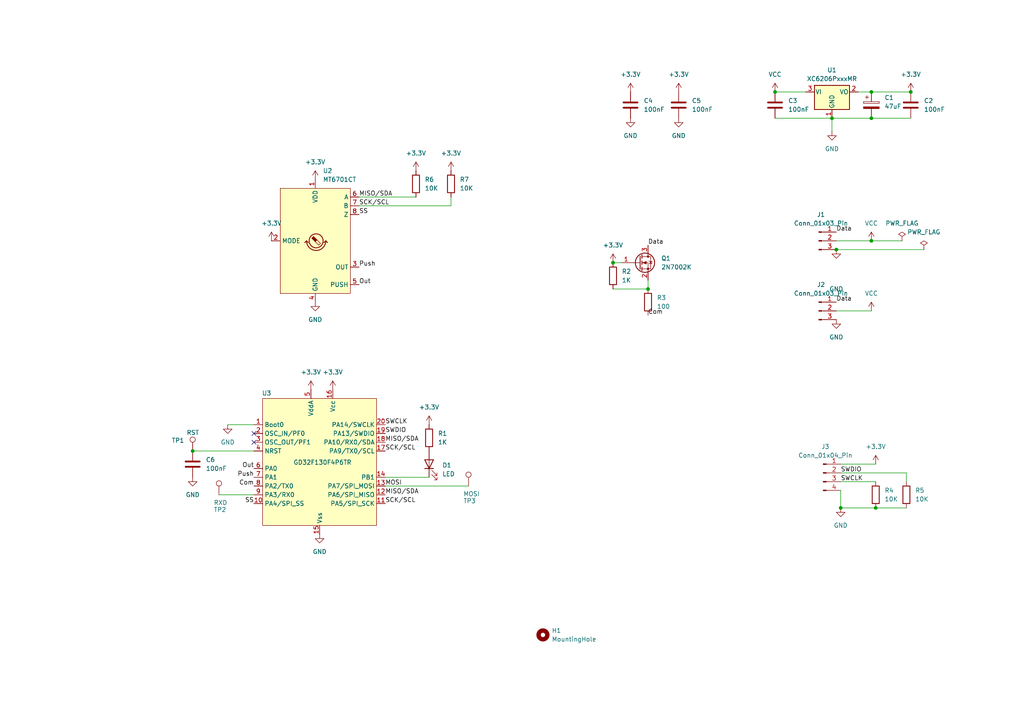
<source format=kicad_sch>
(kicad_sch (version 20231120) (generator "eeschema") (generator_version "8.0")
  (paper "A4")
  (lib_symbols
    (symbol "Connector:Conn_01x03_Pin" (pin_names (offset 1.016) hide)
      (property "Reference" "J" (at 0 5.08 0))
      (property "Value" "Conn_01x03_Pin" (at 0 -5.08 0))
      (symbol "Conn_01x03_Pin_1_1"
        (polyline (pts (xy 1.27 -2.54) (xy 0.8636 -2.54)) (stroke (width 0.1524)))
        (polyline (pts (xy 1.27 0) (xy 0.8636 0)) (stroke (width 0.1524)))
        (polyline (pts (xy 1.27 2.54) (xy 0.8636 2.54)) (stroke (width 0.1524)))
        (rectangle (start 0.8636 -2.413) (end 0 -2.667) (stroke (width 0.1524)) (fill (type outline)))
        (rectangle (start 0.8636 0.127) (end 0 -0.127) (stroke (width 0.1524)) (fill (type outline)))
        (rectangle (start 0.8636 2.667) (end 0 2.413) (stroke (width 0.1524)) (fill (type outline)))
        (pin passive line (at 5.08 2.54 180) (length 3.81) (name "Pin_1") (number "1"))
        (pin passive line (at 5.08 0 180) (length 3.81) (name "Pin_2") (number "2"))
        (pin passive line (at 5.08 -2.54 180) (length 3.81) (name "Pin_3") (number "3"))
      )
    )
    (symbol "Connector:Conn_01x04_Pin" (pin_names (offset 1.016) hide)
      (property "Reference" "J" (at 0 5.08 0))
      (property "Value" "Conn_01x04_Pin" (at 0 -7.62 0))
      (symbol "Conn_01x04_Pin_1_1"
        (polyline (pts (xy 1.27 -5.08) (xy 0.8636 -5.08)) (stroke (width 0.1524)))
        (polyline (pts (xy 1.27 -2.54) (xy 0.8636 -2.54)) (stroke (width 0.1524)))
        (polyline (pts (xy 1.27 0) (xy 0.8636 0)) (stroke (width 0.1524)))
        (polyline (pts (xy 1.27 2.54) (xy 0.8636 2.54)) (stroke (width 0.1524)))
        (rectangle (start 0.8636 -4.953) (end 0 -5.207) (stroke (width 0.1524)) (fill (type outline)))
        (rectangle (start 0.8636 -2.413) (end 0 -2.667) (stroke (width 0.1524)) (fill (type outline)))
        (rectangle (start 0.8636 0.127) (end 0 -0.127) (stroke (width 0.1524)) (fill (type outline)))
        (rectangle (start 0.8636 2.667) (end 0 2.413) (stroke (width 0.1524)) (fill (type outline)))
        (pin passive line (at 5.08 2.54 180) (length 3.81) (name "Pin_1") (number "1"))
        (pin passive line (at 5.08 0 180) (length 3.81) (name "Pin_2") (number "2"))
        (pin passive line (at 5.08 -2.54 180) (length 3.81) (name "Pin_3") (number "3"))
        (pin passive line (at 5.08 -5.08 180) (length 3.81) (name "Pin_4") (number "4"))
      )
    )
    (symbol "Connector:TestPoint" (pin_numbers hide) (pin_names (offset 0.762) hide)
      (property "Reference" "TP" (at 0 6.858 0))
      (property "Value" "TestPoint" (at 0 5.08 0))
      (symbol "TestPoint_0_1"
        (circle (center 0 3.302) (radius 0.762))
      )
      (symbol "TestPoint_1_1"
        (pin passive line (at 0 0 90) (length 2.54) (name "1") (number "1"))
      )
    )
    (symbol "Device:C" (pin_numbers hide) (pin_names (offset 0.254))
      (property "Reference" "C" (at 0.635 2.54 0))
      (property "Value" "C" (at 0.635 -2.54 0))
      (symbol "C_0_1"
        (polyline (pts (xy -2.032 -0.762) (xy 2.032 -0.762)) (stroke (width 0.508)))
        (polyline (pts (xy -2.032 0.762) (xy 2.032 0.762)) (stroke (width 0.508)))
      )
      (symbol "C_1_1"
        (pin passive line (at 0 3.81 270) (length 2.794) (name "~") (number "1"))
        (pin passive line (at 0 -3.81 90) (length 2.794) (name "~") (number "2"))
      )
    )
    (symbol "Device:C_Polarized" (pin_numbers hide) (pin_names (offset 0.254))
      (property "Reference" "C" (at 0.635 2.54 0))
      (property "Value" "C_Polarized" (at 0.635 -2.54 0))
      (symbol "C_Polarized_0_1"
        (rectangle (start -2.286 0.508) (end 2.286 1.016))
        (polyline (pts (xy -1.778 2.286) (xy -0.762 2.286)))
        (polyline (pts (xy -1.27 2.794) (xy -1.27 1.778)))
        (rectangle (start 2.286 -0.508) (end -2.286 -1.016) (fill (type outline)))
      )
      (symbol "C_Polarized_1_1"
        (pin passive line (at 0 3.81 270) (length 2.794) (name "~") (number "1"))
        (pin passive line (at 0 -3.81 90) (length 2.794) (name "~") (number "2"))
      )
    )
    (symbol "Device:LED" (pin_numbers hide) (pin_names (offset 1.016) hide)
      (property "Reference" "D" (at 0 2.54 0))
      (property "Value" "LED" (at 0 -2.54 0))
      (symbol "LED_0_1"
        (polyline (pts (xy -1.27 -1.27) (xy -1.27 1.27)) (stroke (width 0.254)))
        (polyline (pts (xy -1.27 0) (xy 1.27 0)))
        (polyline (pts (xy 1.27 -1.27) (xy 1.27 1.27) (xy -1.27 0) (xy 1.27 -1.27)) (stroke (width 0.254)))
        (polyline (pts (xy -3.048 -0.762) (xy -4.572 -2.286) (xy -3.81 -2.286) (xy -4.572 -2.286) (xy -4.572 -1.524)))
        (polyline (pts (xy -1.778 -0.762) (xy -3.302 -2.286) (xy -2.54 -2.286) (xy -3.302 -2.286) (xy -3.302 -1.524)))
      )
      (symbol "LED_1_1"
        (pin passive line (at -3.81 0 0) (length 2.54) (name "K") (number "1"))
        (pin passive line (at 3.81 0 180) (length 2.54) (name "A") (number "2"))
      )
    )
    (symbol "Device:R" (pin_numbers hide) (pin_names (offset 0))
      (property "Reference" "R" (at 2.032 0 90))
      (property "Value" "R" (at 0 0 90))
      (symbol "R_0_1"
        (rectangle (start -1.016 -2.54) (end 1.016 2.54) (stroke (width 0.254)))
      )
      (symbol "R_1_1"
        (pin passive line (at 0 3.81 270) (length 1.27) (name "~") (number "1"))
        (pin passive line (at 0 -3.81 90) (length 1.27) (name "~") (number "2"))
      )
    )
    (symbol "Mechanical:MountingHole" (pin_names (offset 1.016)) (exclude_from_sim yes) (in_bom no)
      (property "Reference" "H" (at 0 5.08 0))
      (property "Value" "MountingHole" (at 0 3.175 0))
      (symbol "MountingHole_0_1"
        (circle (center 0 0) (radius 1.27) (stroke (width 1.27)))
      )
    )
    (symbol "My_Library:GD32F130F4P6TR"
      (property "Reference" "U" (at -15.748 18.796 0))
      (property "Value" "GD32F130F4P6TR" (at 9.906 -21.844 0))
      (symbol "GD32F130F4P6TR_1_1"
        (rectangle (start -16.51 16.51) (end 16.51 -20.32) (fill (type background)))
        (pin input line (at -19.05 8.89 0) (length 2.54) (name "Boot0") (number "1"))
        (pin bidirectional line (at -19.05 -13.97 0) (length 2.54) (name "PA4/SPI_SS") (number "10"))
        (pin bidirectional line (at 19.05 -13.97 180) (length 2.54) (name "PA5/SPI_SCK") (number "11"))
        (pin bidirectional line (at 19.05 -11.43 180) (length 2.54) (name "PA6/SPI_MISO") (number "12"))
        (pin bidirectional line (at 19.05 -8.89 180) (length 2.54) (name "PA7/SPI_MOSI") (number "13"))
        (pin bidirectional line (at 19.05 -6.35 180) (length 2.54) (name "PB1") (number "14"))
        (pin power_in line (at 0 -22.86 90) (length 2.54) (name "Vss") (number "15"))
        (pin power_in line (at 3.81 19.05 270) (length 2.54) (name "Vcc") (number "16"))
        (pin bidirectional line (at 19.05 1.27 180) (length 2.54) (name "PA9/TX0/SCL") (number "17"))
        (pin bidirectional line (at 19.05 3.81 180) (length 2.54) (name "PA10/RX0/SDA") (number "18"))
        (pin bidirectional line (at 19.05 6.35 180) (length 2.54) (name "PA13/SWDIO") (number "19"))
        (pin bidirectional line (at -19.05 6.35 0) (length 2.54) (name "OSC_IN/PF0") (number "2"))
        (pin bidirectional line (at 19.05 8.89 180) (length 2.54) (name "PA14/SWCLK") (number "20"))
        (pin bidirectional line (at -19.05 3.81 0) (length 2.54) (name "OSC_OUT/PF1") (number "3"))
        (pin bidirectional line (at -19.05 1.27 0) (length 2.54) (name "NRST") (number "4"))
        (pin power_in line (at -2.54 19.05 270) (length 2.54) (name "VddA") (number "5"))
        (pin bidirectional line (at -19.05 -3.81 0) (length 2.54) (name "PA0") (number "6"))
        (pin bidirectional line (at -19.05 -6.35 0) (length 2.54) (name "PA1") (number "7"))
        (pin bidirectional line (at -19.05 -8.89 0) (length 2.54) (name "PA2/TX0") (number "8"))
        (pin bidirectional line (at -19.05 -11.43 0) (length 2.54) (name "PA3/RX0") (number "9"))
      )
    )
    (symbol "Regulator_Linear:XC6206PxxxMR" (pin_names (offset 0.254))
      (property "Reference" "U" (at -3.81 3.175 0))
      (property "Value" "XC6206PxxxMR" (at 0 3.175 0))
      (symbol "XC6206PxxxMR_0_1"
        (rectangle (start -5.08 1.905) (end 5.08 -5.08) (stroke (width 0.254)) (fill (type background)))
      )
      (symbol "XC6206PxxxMR_1_1"
        (pin power_in line (at 0 -7.62 90) (length 2.54) (name "GND") (number "1"))
        (pin power_out line (at 7.62 0 180) (length 2.54) (name "VO") (number "2"))
        (pin power_in line (at -7.62 0 0) (length 2.54) (name "VI") (number "3"))
      )
    )
    (symbol "Sensor_Magnetic:MT6701CT"
      (property "Reference" "U" (at -9.6632 16.4397 0))
      (property "Value" "MT6701CT" (at 5.5155 16.4397 0))
      (symbol "MT6701CT_0_1"
        (arc (start -2.54 0) (mid 0.254 -2.7819) (end 3.048 0) (stroke (width 0.254)))
        (polyline (pts (xy -2.54 0) (xy -3.048 -0.508)) (stroke (width 0.254)))
        (polyline (pts (xy -2.54 0) (xy -2.032 -0.508)) (stroke (width 0.254)))
        (polyline (pts (xy 3.048 0) (xy 2.54 -0.508)) (stroke (width 0.254)))
        (polyline (pts (xy 3.048 0) (xy 3.556 -0.508)) (stroke (width 0.254)))
      )
      (symbol "MT6701CT_1_1"
        (rectangle (start -10.16 15.24) (end 10.16 -15.24) (fill (type background)))
        (polyline (pts (xy 0.508 0.254) (xy 1.524 -0.762) (xy 1.016 -1.27) (xy 0 -0.254)))
        (polyline (pts (xy -0.508 1.27) (xy 0.508 0.254) (xy 0 -0.254) (xy -1.016 0.762) (xy -0.762 1.016) (xy -0.508 1.27) (xy -0.381 1.143)) (fill (type outline)))
        (circle (center 0.254 0) (radius 2.032) (stroke (width 0.254)))
        (pin power_in line (at 0 17.78 270) (length 2.54) (name "VDD") (number "1"))
        (pin input line (at -12.7 0 0) (length 2.54) (name "MODE") (number "2"))
        (pin output line (at 12.7 -7.62 180) (length 2.54) (name "OUT") (number "3"))
        (pin power_in line (at 0 -17.78 90) (length 2.54) (name "GND") (number "4"))
        (pin output line (at 12.7 -12.7 180) (length 2.54) (name "PUSH") (number "5"))
        (pin output line (at 12.7 12.7 180) (length 2.54) (name "A") (number "6"))
        (pin output line (at 12.7 10.16 180) (length 2.54) (name "B") (number "7"))
        (pin output line (at 12.7 7.62 180) (length 2.54) (name "Z") (number "8"))
      )
    )
    (symbol "Transistor_FET:2N7002K" (pin_names hide)
      (property "Reference" "Q" (at 5.08 1.905 0))
      (property "Value" "2N7002K" (at 5.08 0 0))
      (symbol "2N7002K_0_1"
        (polyline (pts (xy 0.254 0) (xy -2.54 0)))
        (polyline (pts (xy 0.254 1.905) (xy 0.254 -1.905)) (stroke (width 0.254)))
        (polyline (pts (xy 0.762 -1.27) (xy 0.762 -2.286)) (stroke (width 0.254)))
        (polyline (pts (xy 0.762 0.508) (xy 0.762 -0.508)) (stroke (width 0.254)))
        (polyline (pts (xy 0.762 2.286) (xy 0.762 1.27)) (stroke (width 0.254)))
        (polyline (pts (xy 2.54 2.54) (xy 2.54 1.778)))
        (polyline (pts (xy 2.54 -2.54) (xy 2.54 0) (xy 0.762 0)))
        (polyline (pts (xy 0.762 -1.778) (xy 3.302 -1.778) (xy 3.302 1.778) (xy 0.762 1.778)))
        (polyline (pts (xy 1.016 0) (xy 2.032 0.381) (xy 2.032 -0.381) (xy 1.016 0)) (fill (type outline)))
        (polyline (pts (xy 2.794 0.508) (xy 2.921 0.381) (xy 3.683 0.381) (xy 3.81 0.254)))
        (polyline (pts (xy 3.302 0.381) (xy 2.921 -0.254) (xy 3.683 -0.254) (xy 3.302 0.381)))
        (circle (center 1.651 0) (radius 2.794) (stroke (width 0.254)))
        (circle (center 2.54 -1.778) (radius 0.254) (fill (type outline)))
        (circle (center 2.54 1.778) (radius 0.254) (fill (type outline)))
      )
      (symbol "2N7002K_1_1"
        (pin input line (at -5.08 0 0) (length 2.54) (name "G") (number "1"))
        (pin passive line (at 2.54 -5.08 90) (length 2.54) (name "S") (number "2"))
        (pin passive line (at 2.54 5.08 270) (length 2.54) (name "D") (number "3"))
      )
    )
    (symbol "power:+3.3V" (power) (pin_numbers hide) (pin_names (offset 0) hide)
      (property "Value" "+3.3V" (at 0 3.556 0))
      (symbol "+3.3V_0_1"
        (polyline (pts (xy -0.762 1.27) (xy 0 2.54)))
        (polyline (pts (xy 0 0) (xy 0 2.54)))
        (polyline (pts (xy 0 2.54) (xy 0.762 1.27)))
      )
      (symbol "+3.3V_1_1"
        (pin power_in line (at 0 0 90) (length 0) (name "~") (number "1"))
      )
    )
    (symbol "power:GND" (power) (pin_numbers hide) (pin_names (offset 0) hide)
      (property "Value" "GND" (at 0 -3.81 0))
      (symbol "GND_0_1"
        (polyline (pts (xy 0 0) (xy 0 -1.27) (xy 1.27 -1.27) (xy 0 -2.54) (xy -1.27 -1.27) (xy 0 -1.27)))
      )
      (symbol "GND_1_1"
        (pin power_in line (at 0 0 270) (length 0) (name "~") (number "1"))
      )
    )
    (symbol "power:PWR_FLAG" (power) (pin_numbers hide) (pin_names (offset 0) hide)
      (property "Value" "PWR_FLAG" (at 0 3.81 0))
      (symbol "PWR_FLAG_0_0"
        (pin power_out line (at 0 0 90) (length 0) (name "~") (number "1"))
      )
      (symbol "PWR_FLAG_0_1"
        (polyline (pts (xy 0 0) (xy 0 1.27) (xy -1.016 1.905) (xy 0 2.54) (xy 1.016 1.905) (xy 0 1.27)))
      )
    )
    (symbol "power:VCC" (power) (pin_numbers hide) (pin_names (offset 0) hide)
      (property "Value" "VCC" (at 0 3.556 0))
      (symbol "VCC_0_1"
        (polyline (pts (xy -0.762 1.27) (xy 0 2.54)))
        (polyline (pts (xy 0 0) (xy 0 2.54)))
        (polyline (pts (xy 0 2.54) (xy 0.762 1.27)))
      )
      (symbol "VCC_1_1"
        (pin power_in line (at 0 0 90) (length 0) (name "~") (number "1"))
      )
    )
  )
  (junction (at 177.8 76.2))
  (junction (at 224.79 26.67))
  (junction (at 264.16 26.67))
  (junction (at 252.73 69.85))
  (junction (at 252.73 34.29))
  (junction (at 252.73 26.67))
  (junction (at 187.96 83.82))
  (junction (at 241.3 34.29))
  (junction (at 243.84 147.32))
  (junction (at 242.57 72.39))
  (junction (at 254 147.32))
  (junction (at 55.88 130.81))
  (no_connect (at 73.66 125.73))
  (no_connect (at 73.66 128.27))
  (wire (pts (xy 242.57 90.17) (xy 252.73 90.17)))
  (wire (pts (xy 55.88 130.81) (xy 73.66 130.81)))
  (wire (pts (xy 104.14 57.15) (xy 120.65 57.15)))
  (wire (pts (xy 224.79 26.67) (xy 233.68 26.67)))
  (wire (pts (xy 243.84 147.32) (xy 254 147.32)))
  (wire (pts (xy 177.8 76.2) (xy 180.34 76.2)))
  (wire (pts (xy 104.14 59.69) (xy 130.81 59.69)))
  (wire (pts (xy 63.5 143.51) (xy 73.66 143.51)))
  (wire (pts (xy 242.57 72.39) (xy 267.97 72.39)))
  (wire (pts (xy 248.92 26.67) (xy 252.73 26.67)))
  (wire (pts (xy 241.3 34.29) (xy 241.3 38.1)))
  (wire (pts (xy 177.8 83.82) (xy 187.96 83.82)))
  (wire (pts (xy 252.73 34.29) (xy 264.16 34.29)))
  (wire (pts (xy 242.57 69.85) (xy 252.73 69.85)))
  (wire (pts (xy 262.89 139.7) (xy 262.89 137.16)))
  (wire (pts (xy 241.3 34.29) (xy 252.73 34.29)))
  (wire (pts (xy 252.73 26.67) (xy 264.16 26.67)))
  (wire (pts (xy 66.04 123.19) (xy 73.66 123.19)))
  (wire (pts (xy 130.81 59.69) (xy 130.81 57.15)))
  (wire (pts (xy 243.84 142.24) (xy 243.84 147.32)))
  (wire (pts (xy 252.73 69.85) (xy 261.62 69.85)))
  (wire (pts (xy 254 147.32) (xy 262.89 147.32)))
  (wire (pts (xy 111.76 140.97) (xy 135.89 140.97)))
  (wire (pts (xy 243.84 139.7) (xy 254 139.7)))
  (wire (pts (xy 187.96 81.28) (xy 187.96 83.82)))
  (wire (pts (xy 111.76 138.43) (xy 124.46 138.43)))
  (wire (pts (xy 224.79 34.29) (xy 241.3 34.29)))
  (wire (pts (xy 262.89 137.16) (xy 243.84 137.16)))
  (wire (pts (xy 243.84 134.62) (xy 254 134.62)))
  (label "MISO{slash}SDA" (at 111.76 143.51 0))
  (label "SCK{slash}SCL" (at 104.14 59.69 0))
  (label "Push" (at 73.66 138.43 180))
  (label "Com" (at 187.96 91.44 0))
  (label "MISO{slash}SDA" (at 104.14 57.15 0))
  (label "MOSI" (at 111.76 140.97 0))
  (label "SWCLK" (at 111.76 123.19 0))
  (label "Push" (at 104.14 77.47 0))
  (label "SCK{slash}SCL" (at 111.76 130.81 0))
  (label "Out" (at 73.66 135.89 180))
  (label "SCK{slash}SCL" (at 111.76 146.05 0))
  (label "SWDIO" (at 243.84 137.16 0))
  (label "Data" (at 242.57 87.63 0))
  (label "Data" (at 187.96 71.12 0))
  (label "Out" (at 104.14 82.55 0))
  (label "Com" (at 73.66 140.97 180))
  (label "SWCLK" (at 243.84 139.7 0))
  (label "MISO{slash}SDA" (at 111.76 128.27 0))
  (label "SWDIO" (at 111.76 125.73 0))
  (label "Data" (at 242.57 67.31 0))
  (label "SS" (at 73.66 146.05 180))
  (label "SS" (at 104.14 62.23 0))
  (symbol (lib_id "power:VCC") (at 252.73 90.17 0) (unit 1)
    (property "Reference" "#PWR06" (effects (hide yes)))
    (property "Value" "VCC" (at 252.73 85.09 0))
    (property "Description" "Power symbol creates a global label with name \"VCC\"" (effects (hide yes)))
  )
  (symbol (lib_id "power:+3.3V") (at 254 134.62 0) (unit 1)
    (property "Reference" "#PWR015" (effects (hide yes)))
    (property "Value" "+3.3V" (at 254 129.54 0))
    (property "Description" "Power symbol creates a global label with name \"+3.3V\"" (effects (hide yes)))
  )
  (symbol (lib_id "Device:C") (at 224.79 30.48 0) (unit 1)
    (property "Reference" "C3" (at 228.6 29.2099 0) (effects (justify left)))
    (property "Value" "100nF" (at 228.6 31.7499 0) (effects (justify left)))
    (property "Footprint" "Capacitor_SMD:C_0603_1608Metric" (effects (hide yes)))
    (property "Description" "Unpolarized capacitor" (effects (hide yes)))
  )
  (symbol (lib_id "power:PWR_FLAG") (at 267.97 72.39 0) (unit 1)
    (property "Reference" "#FLG03" (effects (hide yes)))
    (property "Value" "PWR_FLAG" (at 267.97 67.31 0))
    (property "Description" "Special symbol for telling ERC where power comes from" (effects (hide yes)))
  )
  (symbol (lib_id "power:+3.3V") (at 78.74 69.85 0) (unit 1)
    (property "Reference" "#PWR022" (effects (hide yes)))
    (property "Value" "+3.3V" (at 78.74 64.77 0))
    (property "Description" "Power symbol creates a global label with name \"+3.3V\"" (effects (hide yes)))
  )
  (symbol (lib_id "Device:R") (at 254 143.51 0) (unit 1)
    (property "Reference" "R4" (at 256.54 142.2399 0) (effects (justify left)))
    (property "Value" "10K" (at 256.54 144.7799 0) (effects (justify left)))
    (property "Footprint" "Resistor_SMD:R_0603_1608Metric_Pad0.98x0.95mm_HandSolder" (effects (hide yes)))
    (property "Description" "Resistor" (effects (hide yes)))
  )
  (symbol (lib_id "Device:R") (at 262.89 143.51 0) (unit 1)
    (property "Reference" "R5" (at 265.43 142.2399 0) (effects (justify left)))
    (property "Value" "10K" (at 265.43 144.7799 0) (effects (justify left)))
    (property "Footprint" "Resistor_SMD:R_0603_1608Metric_Pad0.98x0.95mm_HandSolder" (effects (hide yes)))
    (property "Description" "Resistor" (effects (hide yes)))
  )
  (symbol (lib_id "power:GND") (at 91.44 87.63 0) (unit 1)
    (property "Reference" "#PWR08" (effects (hide yes)))
    (property "Value" "GND" (at 91.44 92.71 0))
    (property "Description" "Power symbol creates a global label with name \"GND\" , ground" (effects (hide yes)))
  )
  (symbol (lib_id "Device:C") (at 264.16 30.48 0) (unit 1)
    (property "Reference" "C2" (at 267.97 29.2099 0) (effects (justify left)))
    (property "Value" "100nF" (at 267.97 31.7499 0) (effects (justify left)))
    (property "Footprint" "Capacitor_SMD:C_0603_1608Metric_Pad1.08x0.95mm_HandSolder" (effects (hide yes)))
    (property "Description" "Unpolarized capacitor" (effects (hide yes)))
  )
  (symbol (lib_id "power:GND") (at 242.57 72.39 0) (unit 1)
    (property "Reference" "#PWR07" (effects (hide yes)))
    (property "Value" "GND" (at 242.57 83.82 0))
    (property "Description" "Power symbol creates a global label with name \"GND\" , ground" (effects (hide yes)))
  )
  (symbol (lib_id "Device:R") (at 177.8 80.01 0) (unit 1)
    (property "Reference" "R2" (at 180.34 78.7399 0) (effects (justify left)))
    (property "Value" "1K" (at 180.34 81.2799 0) (effects (justify left)))
    (property "Footprint" "Resistor_SMD:R_0603_1608Metric_Pad0.98x0.95mm_HandSolder" (effects (hide yes)))
    (property "Description" "Resistor" (effects (hide yes)))
  )
  (symbol (lib_id "My_Library:GD32F130F4P6TR") (at 92.71 132.08 0) (unit 1)
    (property "Reference" "U3" (at 75.946 114.046 0) (effects (justify left)))
    (property "Value" "GD32F130F4P6TR" (at 85.09 134.112 0) (effects (justify left)))
    (property "Footprint" "Package_SO:TSSOP-20_4.4x6.5mm_P0.65mm" (effects (hide yes)))
  )
  (symbol (lib_id "power:VCC") (at 224.79 26.67 0) (unit 1)
    (property "Reference" "#PWR04" (effects (hide yes)))
    (property "Value" "VCC" (at 224.79 21.59 0))
    (property "Description" "Power symbol creates a global label with name \"VCC\"" (effects (hide yes)))
  )
  (symbol (lib_id "Device:R") (at 124.46 127 0) (unit 1)
    (property "Reference" "R1" (at 127 125.7299 0) (effects (justify left)))
    (property "Value" "1K" (at 127 128.2699 0) (effects (justify left)))
    (property "Footprint" "Resistor_SMD:R_0603_1608Metric_Pad0.98x0.95mm_HandSolder" (effects (hide yes)))
    (property "Description" "Resistor" (effects (hide yes)))
  )
  (symbol (lib_id "power:+3.3V") (at 96.52 113.03 0) (unit 1)
    (property "Reference" "#PWR010" (effects (hide yes)))
    (property "Value" "+3.3V" (at 96.52 107.95 0))
    (property "Description" "Power symbol creates a global label with name \"+3.3V\"" (effects (hide yes)))
  )
  (symbol (lib_id "Connector:TestPoint") (at 63.5 143.51 0) (unit 1)
    (property "Reference" "TP2" (at 61.976 147.828 0) (effects (justify left)))
    (property "Value" "RXD" (at 61.976 145.796 0) (effects (justify left)))
    (property "Footprint" "TestPoint:TestPoint_Pad_D1.0mm" (effects (hide yes)))
    (property "Description" "test point" (effects (hide yes)))
  )
  (symbol (lib_id "power:GND") (at 242.57 92.71 0) (unit 1)
    (property "Reference" "#PWR02" (effects (hide yes)))
    (property "Value" "GND" (at 242.57 97.79 0))
    (property "Description" "Power symbol creates a global label with name \"GND\" , ground" (effects (hide yes)))
  )
  (symbol (lib_id "Sensor_Magnetic:MT6701CT") (at 91.44 69.85 0) (unit 1)
    (property "Reference" "U2" (at 93.6341 49.53 0) (effects (justify left)))
    (property "Value" "MT6701CT" (at 93.6341 52.07 0) (effects (justify left)))
    (property "Footprint" "Package_SO:SO-8_3.9x4.9mm_P1.27mm" (effects (hide yes)))
    (property "Datasheet" "https://www.magntek.com.cn/upload/MT6701_Rev.1.5.pdf" (effects (hide yes)))
    (property "Description" "Hall Based Angle Position Encoder Sensor, I2C, SSI, ABZ & UVW interfaces, 3.3..5V supply, SOIC-8" (effects (hide yes)))
  )
  (symbol (lib_id "power:GND") (at 92.71 154.94 0) (unit 1)
    (property "Reference" "#PWR09" (effects (hide yes)))
    (property "Value" "GND" (at 92.71 160.02 0))
    (property "Description" "Power symbol creates a global label with name \"GND\" , ground" (effects (hide yes)))
  )
  (symbol (lib_id "power:GND") (at 66.04 123.19 0) (unit 1)
    (property "Reference" "#PWR020" (effects (hide yes)))
    (property "Value" "GND" (at 66.04 128.27 0))
    (property "Description" "Power symbol creates a global label with name \"GND\" , ground" (effects (hide yes)))
  )
  (symbol (lib_id "power:GND") (at 55.88 138.43 0) (unit 1)
    (property "Reference" "#PWR021" (effects (hide yes)))
    (property "Value" "GND" (at 55.88 143.51 0))
    (property "Description" "Power symbol creates a global label with name \"GND\" , ground" (effects (hide yes)))
  )
  (symbol (lib_id "power:+3.3V") (at 177.8 76.2 0) (unit 1)
    (property "Reference" "#PWR013" (effects (hide yes)))
    (property "Value" "+3.3V" (at 177.8 71.12 0))
    (property "Description" "Power symbol creates a global label with name \"+3.3V\"" (effects (hide yes)))
  )
  (symbol (lib_id "Transistor_FET:2N7002K") (at 185.42 76.2 0) (unit 1)
    (property "Reference" "Q1" (at 191.77 74.9299 0) (effects (justify left)))
    (property "Value" "2N7002K" (at 191.77 77.4699 0) (effects (justify left)))
    (property "Footprint" "Package_TO_SOT_SMD:SOT-23" (effects (hide yes)))
    (property "Datasheet" "https://www.diodes.com/assets/Datasheets/ds30896.pdf" (effects (hide yes)))
    (property "Description" "0.38A Id, 60V Vds, N-Channel MOSFET, SOT-23" (effects (hide yes)))
  )
  (symbol (lib_id "Device:LED") (at 124.46 134.62 90) (unit 1)
    (property "Reference" "D1" (at 128.27 134.9374 90) (effects (justify right)))
    (property "Value" "LED" (at 128.27 137.4774 90) (effects (justify right)))
    (property "Footprint" "LED_SMD:LED_0603_1608Metric_Pad1.05x0.95mm_HandSolder" (effects (hide yes)))
    (property "Description" "Light emitting diode" (effects (hide yes)))
  )
  (symbol (lib_id "Device:C") (at 182.88 30.48 0) (unit 1)
    (property "Reference" "C4" (at 186.69 29.2099 0) (effects (justify left)))
    (property "Value" "100nF" (at 186.69 31.7499 0) (effects (justify left)))
    (property "Footprint" "Capacitor_SMD:C_0603_1608Metric_Pad1.08x0.95mm_HandSolder" (effects (hide yes)))
    (property "Description" "Unpolarized capacitor" (effects (hide yes)))
  )
  (symbol (lib_id "power:PWR_FLAG") (at 261.62 69.85 0) (unit 1)
    (property "Reference" "#FLG02" (effects (hide yes)))
    (property "Value" "PWR_FLAG" (at 261.62 64.77 0))
    (property "Description" "Special symbol for telling ERC where power comes from" (effects (hide yes)))
  )
  (symbol (lib_id "Connector:TestPoint") (at 55.88 130.81 0) (unit 1)
    (property "Reference" "TP1" (at 49.784 127.762 0) (effects (justify left)))
    (property "Value" "RST" (at 54.102 125.476 0) (effects (justify left)))
    (property "Footprint" "Connector_PinHeader_2.54mm:PinHeader_1x01_P2.54mm_Vertical" (effects (hide yes)))
    (property "Description" "test point" (effects (hide yes)))
  )
  (symbol (lib_id "power:+3.3V") (at 91.44 52.07 0) (unit 1)
    (property "Reference" "#PWR011" (effects (hide yes)))
    (property "Value" "+3.3V" (at 91.44 46.99 0))
    (property "Description" "Power symbol creates a global label with name \"+3.3V\"" (effects (hide yes)))
  )
  (symbol (lib_id "power:+3.3V") (at 196.85 26.67 0) (unit 1)
    (property "Reference" "#PWR018" (effects (hide yes)))
    (property "Value" "+3.3V" (at 196.85 21.59 0))
    (property "Description" "Power symbol creates a global label with name \"+3.3V\"" (effects (hide yes)))
  )
  (symbol (lib_id "power:+3.3V") (at 120.65 49.53 0) (unit 1)
    (property "Reference" "#PWR024" (effects (hide yes)))
    (property "Value" "+3.3V" (at 120.65 44.45 0))
    (property "Description" "Power symbol creates a global label with name \"+3.3V\"" (effects (hide yes)))
  )
  (symbol (lib_id "power:VCC") (at 252.73 69.85 0) (unit 1)
    (property "Reference" "#PWR05" (effects (hide yes)))
    (property "Value" "VCC" (at 252.73 64.77 0))
    (property "Description" "Power symbol creates a global label with name \"VCC\"" (effects (hide yes)))
  )
  (symbol (lib_id "Mechanical:MountingHole") (at 157.48 184.15 0) (unit 1) (exclude_from_sim yes) (in_bom no)
    (property "Reference" "H1" (at 160.02 182.8799 0) (effects (justify left)))
    (property "Value" "MountingHole" (at 160.02 185.4199 0) (effects (justify left)))
    (property "Footprint" "MountingHole:MountingHole_2.2mm_M2_DIN965" (effects (hide yes)))
    (property "Description" "Mounting Hole without connection" (effects (hide yes)))
  )
  (symbol (lib_id "power:GND") (at 243.84 147.32 0) (unit 1)
    (property "Reference" "#PWR014" (effects (hide yes)))
    (property "Value" "GND" (at 243.84 152.4 0))
    (property "Description" "Power symbol creates a global label with name \"GND\" , ground" (effects (hide yes)))
  )
  (symbol (lib_id "power:GND") (at 182.88 34.29 0) (unit 1)
    (property "Reference" "#PWR017" (effects (hide yes)))
    (property "Value" "GND" (at 182.88 39.37 0))
    (property "Description" "Power symbol creates a global label with name \"GND\" , ground" (effects (hide yes)))
  )
  (symbol (lib_id "power:GND") (at 196.85 34.29 0) (unit 1)
    (property "Reference" "#PWR019" (effects (hide yes)))
    (property "Value" "GND" (at 196.85 39.37 0))
    (property "Description" "Power symbol creates a global label with name \"GND\" , ground" (effects (hide yes)))
  )
  (symbol (lib_id "Device:R") (at 187.96 87.63 0) (unit 1)
    (property "Reference" "R3" (at 190.5 86.3599 0) (effects (justify left)))
    (property "Value" "100" (at 190.5 88.8999 0) (effects (justify left)))
    (property "Footprint" "Resistor_SMD:R_0603_1608Metric_Pad0.98x0.95mm_HandSolder" (effects (hide yes)))
    (property "Description" "Resistor" (effects (hide yes)))
  )
  (symbol (lib_id "Connector:Conn_01x03_Pin") (at 237.49 90.17 0) (unit 1)
    (property "Reference" "J2" (at 238.125 82.55 0))
    (property "Value" "Conn_01x03_Pin" (at 238.125 85.09 0))
    (property "Footprint" "My_Library:JST_1x03_P2.50mm_Vertical" (effects (hide yes)))
    (property "Description" "Generic connector, single row, 01x03, script generated" (effects (hide yes)))
  )
  (symbol (lib_id "Device:C_Polarized") (at 252.73 30.48 0) (unit 1)
    (property "Reference" "C1" (at 256.54 28.3209 0) (effects (justify left)))
    (property "Value" "47uF" (at 256.54 30.8609 0) (effects (justify left)))
    (property "Footprint" "Capacitor_Tantalum_SMD:CP_EIA-1608-10_AVX-L_Pad1.25x1.05mm_HandSolder" (effects (hide yes)))
    (property "Description" "Polarized capacitor" (effects (hide yes)))
  )
  (symbol (lib_id "Connector:TestPoint") (at 135.89 140.97 0) (unit 1)
    (property "Reference" "TP3" (at 134.366 145.288 0) (effects (justify left)))
    (property "Value" "MOSI" (at 134.366 143.256 0) (effects (justify left)))
    (property "Footprint" "TestPoint:TestPoint_Pad_D1.0mm" (effects (hide yes)))
    (property "Description" "test point" (effects (hide yes)))
  )
  (symbol (lib_id "Regulator_Linear:XC6206PxxxMR") (at 241.3 26.67 0) (unit 1)
    (property "Reference" "U1" (at 241.3 20.32 0))
    (property "Value" "XC6206PxxxMR" (at 241.3 22.86 0))
    (property "Footprint" "Package_TO_SOT_SMD:SOT-23-3" (effects (hide yes)))
    (property "Datasheet" "https://www.torexsemi.com/file/xc6206/XC6206.pdf" (effects (hide yes)))
    (property "Description" "Positive 60-250mA Low Dropout Regulator, Fixed Output, SOT-23" (effects (hide yes)))
  )
  (symbol (lib_id "Connector:Conn_01x03_Pin") (at 237.49 69.85 0) (unit 1)
    (property "Reference" "J1" (at 238.125 62.23 0))
    (property "Value" "Conn_01x03_Pin" (at 238.125 64.77 0))
    (property "Footprint" "My_Library:JST_1x03_P2.50mm_Vertical" (effects (hide yes)))
    (property "Description" "Generic connector, single row, 01x03, script generated" (effects (hide yes)))
  )
  (symbol (lib_id "Device:C") (at 55.88 134.62 0) (unit 1)
    (property "Reference" "C6" (at 59.69 133.3499 0) (effects (justify left)))
    (property "Value" "100nF" (at 59.69 135.8899 0) (effects (justify left)))
    (property "Footprint" "Capacitor_SMD:C_0603_1608Metric_Pad1.08x0.95mm_HandSolder" (effects (hide yes)))
    (property "Description" "Unpolarized capacitor" (effects (hide yes)))
  )
  (symbol (lib_id "power:GND") (at 241.3 38.1 0) (unit 1)
    (property "Reference" "#PWR01" (effects (hide yes)))
    (property "Value" "GND" (at 241.3 43.18 0))
    (property "Description" "Power symbol creates a global label with name \"GND\" , ground" (effects (hide yes)))
  )
  (symbol (lib_id "Connector:Conn_01x04_Pin") (at 238.76 137.16 0) (unit 1)
    (property "Reference" "J3" (at 239.395 129.54 0))
    (property "Value" "Conn_01x04_Pin" (at 239.395 132.08 0))
    (property "Footprint" "Connector_PinHeader_2.54mm:PinHeader_1x04_P2.54mm_Vertical" (effects (hide yes)))
    (property "Description" "Generic connector, single row, 01x04, script generated" (effects (hide yes)))
  )
  (symbol (lib_id "Device:R") (at 130.81 53.34 0) (unit 1)
    (property "Reference" "R7" (at 133.35 52.0699 0) (effects (justify left)))
    (property "Value" "10K" (at 133.35 54.6099 0) (effects (justify left)))
    (property "Footprint" "Resistor_SMD:R_0603_1608Metric_Pad0.98x0.95mm_HandSolder" (effects (hide yes)))
    (property "Description" "Resistor" (effects (hide yes)))
  )
  (symbol (lib_id "power:+3.3V") (at 130.81 49.53 0) (unit 1)
    (property "Reference" "#PWR025" (effects (hide yes)))
    (property "Value" "+3.3V" (at 130.81 44.45 0))
    (property "Description" "Power symbol creates a global label with name \"+3.3V\"" (effects (hide yes)))
  )
  (symbol (lib_id "Device:C") (at 196.85 30.48 0) (unit 1)
    (property "Reference" "C5" (at 200.66 29.2099 0) (effects (justify left)))
    (property "Value" "100nF" (at 200.66 31.7499 0) (effects (justify left)))
    (property "Footprint" "Capacitor_SMD:C_0603_1608Metric_Pad1.08x0.95mm_HandSolder" (effects (hide yes)))
    (property "Description" "Unpolarized capacitor" (effects (hide yes)))
  )
  (symbol (lib_id "power:+3.3V") (at 264.16 26.67 0) (unit 1)
    (property "Reference" "#PWR03" (effects (hide yes)))
    (property "Value" "+3.3V" (at 264.16 21.59 0))
    (property "Description" "Power symbol creates a global label with name \"+3.3V\"" (effects (hide yes)))
  )
  (symbol (lib_id "power:+3.3V") (at 124.46 123.19 0) (unit 1)
    (property "Reference" "#PWR012" (effects (hide yes)))
    (property "Value" "+3.3V" (at 124.46 118.11 0))
    (property "Description" "Power symbol creates a global label with name \"+3.3V\"" (effects (hide yes)))
  )
  (symbol (lib_id "power:+3.3V") (at 90.17 113.03 0) (unit 1)
    (property "Reference" "#PWR023" (effects (hide yes)))
    (property "Value" "+3.3V" (at 90.17 107.95 0))
    (property "Description" "Power symbol creates a global label with name \"+3.3V\"" (effects (hide yes)))
  )
  (symbol (lib_id "Device:R") (at 120.65 53.34 0) (unit 1)
    (property "Reference" "R6" (at 123.19 52.0699 0) (effects (justify left)))
    (property "Value" "10K" (at 123.19 54.6099 0) (effects (justify left)))
    (property "Footprint" "Resistor_SMD:R_0603_1608Metric_Pad0.98x0.95mm_HandSolder" (effects (hide yes)))
    (property "Description" "Resistor" (effects (hide yes)))
  )
  (symbol (lib_id "power:+3.3V") (at 182.88 26.67 0) (unit 1)
    (property "Reference" "#PWR016" (effects (hide yes)))
    (property "Value" "+3.3V" (at 182.88 21.59 0))
    (property "Description" "Power symbol creates a global label with name \"+3.3V\"" (effects (hide yes)))
  )
)
</source>
